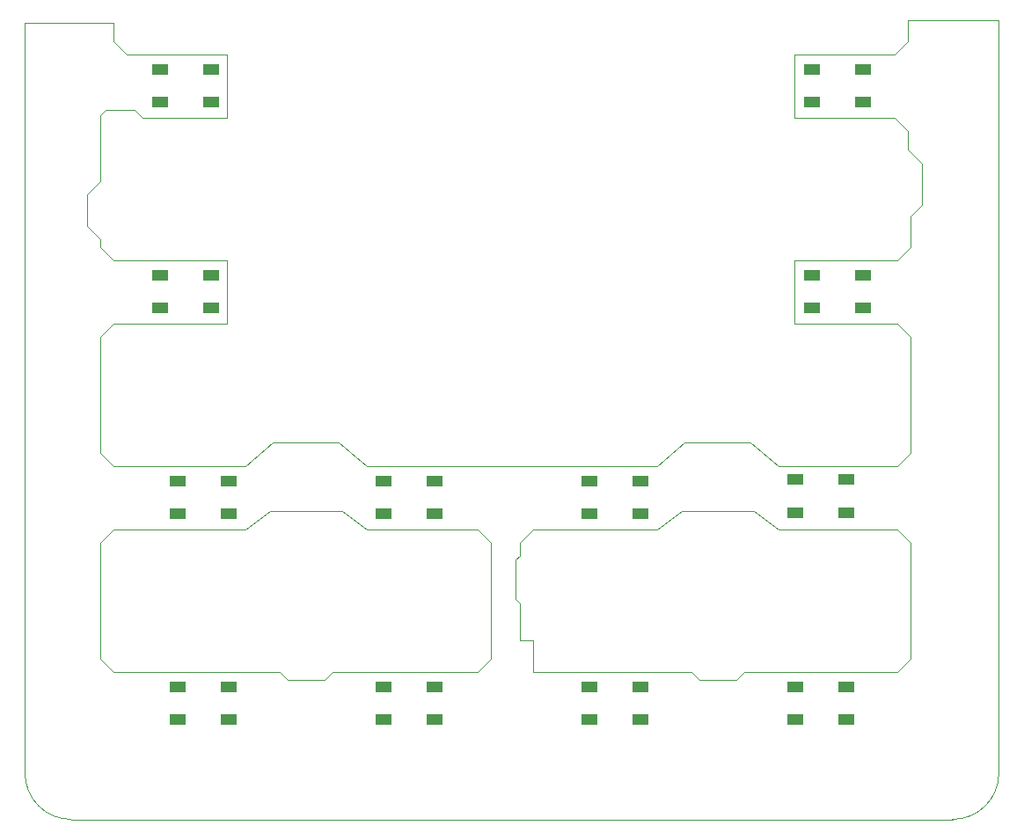
<source format=gbr>
G04 #@! TF.GenerationSoftware,KiCad,Pcbnew,(5.1.6)-1*
G04 #@! TF.CreationDate,2020-07-03T23:32:41-07:00*
G04 #@! TF.ProjectId,daughter,64617567-6874-4657-922e-6b696361645f,rev?*
G04 #@! TF.SameCoordinates,Original*
G04 #@! TF.FileFunction,Paste,Top*
G04 #@! TF.FilePolarity,Positive*
%FSLAX46Y46*%
G04 Gerber Fmt 4.6, Leading zero omitted, Abs format (unit mm)*
G04 Created by KiCad (PCBNEW (5.1.6)-1) date 2020-07-03 23:32:41*
%MOMM*%
%LPD*%
G01*
G04 APERTURE LIST*
G04 #@! TA.AperFunction,Profile*
%ADD10C,0.050000*%
G04 #@! TD*
G04 #@! TA.AperFunction,Profile*
%ADD11C,0.120000*%
G04 #@! TD*
%ADD12R,1.500000X1.000000*%
G04 APERTURE END LIST*
D10*
X167005000Y-81851500D02*
X173355000Y-81851500D01*
X176022000Y-84074000D02*
X173355000Y-81851500D01*
X164338000Y-84074000D02*
X167005000Y-81851500D01*
X173672500Y-88455500D02*
X166687500Y-88455500D01*
X176022000Y-90170000D02*
X173672500Y-88455500D01*
X164338000Y-90170000D02*
X166687500Y-88455500D01*
X127381000Y-81851500D02*
X133731000Y-81851500D01*
X134048500Y-88455500D02*
X127063500Y-88455500D01*
X136398000Y-90170000D02*
X134048500Y-88455500D01*
X136398000Y-84074000D02*
X133731000Y-81851500D01*
X124714000Y-84074000D02*
X127381000Y-81851500D01*
X124714000Y-90170000D02*
X127063500Y-88455500D01*
X107950000Y-118110000D02*
X192786000Y-118110000D01*
X197231000Y-41148000D02*
X196596000Y-41148000D01*
X197231000Y-113665000D02*
X197231000Y-41148000D01*
X103505000Y-41402000D02*
X104140000Y-41402000D01*
X103505000Y-113665000D02*
X103505000Y-41402000D01*
D11*
X107950000Y-118110000D02*
G75*
G02*
X103505000Y-113665000I0J4445000D01*
G01*
X197231000Y-113665000D02*
G75*
G02*
X192786000Y-118110000I-4445000J0D01*
G01*
D10*
X188468000Y-41148000D02*
X196596000Y-41148000D01*
X188468000Y-43180000D02*
X188468000Y-41148000D01*
X187198000Y-44450000D02*
X188468000Y-43180000D01*
X177546000Y-44450000D02*
X187198000Y-44450000D01*
X177546000Y-50546000D02*
X177546000Y-44450000D01*
X187198000Y-50546000D02*
X177546000Y-50546000D01*
X188468000Y-51816000D02*
X187198000Y-50546000D01*
X188468000Y-53594000D02*
X188468000Y-51816000D01*
X189865000Y-54991000D02*
X188468000Y-53594000D01*
X189865000Y-58928000D02*
X189865000Y-54991000D01*
X188722000Y-60071000D02*
X189865000Y-58928000D01*
X188722000Y-62992000D02*
X188722000Y-60071000D01*
X187452000Y-64262000D02*
X188722000Y-62992000D01*
X177546000Y-64262000D02*
X187452000Y-64262000D01*
X177546000Y-70358000D02*
X177546000Y-64262000D01*
X187452000Y-70358000D02*
X177546000Y-70358000D01*
X188722000Y-71628000D02*
X187452000Y-70358000D01*
X188722000Y-82804000D02*
X188722000Y-71628000D01*
X187452000Y-84074000D02*
X188722000Y-82804000D01*
X176022000Y-84074000D02*
X187452000Y-84074000D01*
X187452000Y-90170000D02*
X176022000Y-90170000D01*
X188722000Y-91440000D02*
X187452000Y-90170000D01*
X188722000Y-102616000D02*
X188722000Y-91440000D01*
X187452000Y-103886000D02*
X188722000Y-102616000D01*
X172720000Y-103886000D02*
X187452000Y-103886000D01*
X171958000Y-104648000D02*
X172720000Y-103886000D01*
X168402000Y-104648000D02*
X171958000Y-104648000D01*
X167640000Y-103886000D02*
X168402000Y-104648000D01*
X152400000Y-103886000D02*
X167640000Y-103886000D01*
X152400000Y-100838000D02*
X152400000Y-103886000D01*
X151130000Y-100838000D02*
X152400000Y-100838000D01*
X151130000Y-97282000D02*
X151130000Y-100838000D01*
X150749000Y-96901000D02*
X151130000Y-97282000D01*
X150749000Y-93091000D02*
X150749000Y-96901000D01*
X151130000Y-92710000D02*
X150749000Y-93091000D01*
X151130000Y-91440000D02*
X151130000Y-92710000D01*
X152400000Y-90170000D02*
X151130000Y-91440000D01*
X164338000Y-90170000D02*
X152400000Y-90170000D01*
X136398000Y-84074000D02*
X164338000Y-84074000D01*
X147066000Y-90170000D02*
X136398000Y-90170000D01*
X148336000Y-91440000D02*
X147066000Y-90170000D01*
X148336000Y-102616000D02*
X148336000Y-91440000D01*
X147066000Y-103886000D02*
X148336000Y-102616000D01*
X133096000Y-103886000D02*
X147066000Y-103886000D01*
X132334000Y-104648000D02*
X133096000Y-103886000D01*
X128778000Y-104648000D02*
X132334000Y-104648000D01*
X128016000Y-103886000D02*
X128778000Y-104648000D01*
X112014000Y-103886000D02*
X128016000Y-103886000D01*
X110744000Y-102616000D02*
X112014000Y-103886000D01*
X110744000Y-91440000D02*
X110744000Y-102616000D01*
X112014000Y-90170000D02*
X110744000Y-91440000D01*
X124714000Y-90170000D02*
X112014000Y-90170000D01*
X112014000Y-84074000D02*
X124714000Y-84074000D01*
X110744000Y-82804000D02*
X112014000Y-84074000D01*
X110744000Y-71628000D02*
X110744000Y-82804000D01*
X112014000Y-70358000D02*
X110744000Y-71628000D01*
X122936000Y-70358000D02*
X112014000Y-70358000D01*
X122936000Y-64262000D02*
X122936000Y-70358000D01*
X112014000Y-64262000D02*
X122936000Y-64262000D01*
X110744000Y-62992000D02*
X112014000Y-64262000D01*
X110744000Y-62230000D02*
X110744000Y-62992000D01*
X109474000Y-60960000D02*
X110744000Y-62230000D01*
X109474000Y-57912000D02*
X109474000Y-60960000D01*
X110744000Y-56642000D02*
X109474000Y-57912000D01*
X110744000Y-50292000D02*
X110744000Y-56642000D01*
X111252000Y-49784000D02*
X110744000Y-50292000D01*
X114046000Y-49784000D02*
X111252000Y-49784000D01*
X114808000Y-50546000D02*
X114046000Y-49784000D01*
X122936000Y-50546000D02*
X114808000Y-50546000D01*
X122936000Y-44450000D02*
X122936000Y-50546000D01*
X113284000Y-44450000D02*
X122936000Y-44450000D01*
X112014000Y-43180000D02*
X113284000Y-44450000D01*
X112014000Y-41402000D02*
X112014000Y-43180000D01*
X104140000Y-41402000D02*
X112014000Y-41402000D01*
D12*
X138012000Y-85522000D03*
X138012000Y-88722000D03*
X142912000Y-85522000D03*
X142912000Y-88722000D03*
X123100000Y-108534000D03*
X123100000Y-105334000D03*
X118200000Y-108534000D03*
X118200000Y-105334000D03*
X118200000Y-85522000D03*
X118200000Y-88722000D03*
X123100000Y-85522000D03*
X123100000Y-88722000D03*
X121449000Y-68910000D03*
X121449000Y-65710000D03*
X116549000Y-68910000D03*
X116549000Y-65710000D03*
X121449000Y-49098000D03*
X121449000Y-45898000D03*
X116549000Y-49098000D03*
X116549000Y-45898000D03*
X157824000Y-105334000D03*
X157824000Y-108534000D03*
X162724000Y-105334000D03*
X162724000Y-108534000D03*
X157824000Y-85522000D03*
X157824000Y-88722000D03*
X162724000Y-85522000D03*
X162724000Y-88722000D03*
X138012000Y-105334000D03*
X138012000Y-108534000D03*
X142912000Y-105334000D03*
X142912000Y-108534000D03*
X184187000Y-49098000D03*
X184187000Y-45898000D03*
X179287000Y-49098000D03*
X179287000Y-45898000D03*
X184187000Y-68910000D03*
X184187000Y-65710000D03*
X179287000Y-68910000D03*
X179287000Y-65710000D03*
X177636000Y-85395000D03*
X177636000Y-88595000D03*
X182536000Y-85395000D03*
X182536000Y-88595000D03*
X182536000Y-108534000D03*
X182536000Y-105334000D03*
X177636000Y-108534000D03*
X177636000Y-105334000D03*
M02*

</source>
